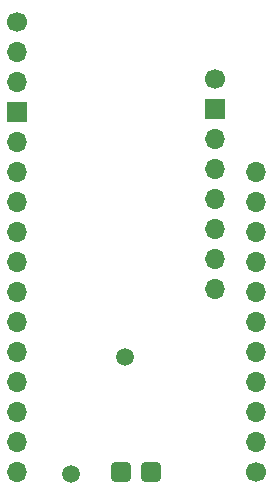
<source format=gbr>
%TF.GenerationSoftware,KiCad,Pcbnew,7.0.5-0*%
%TF.CreationDate,2023-07-31T21:18:35+02:00*%
%TF.ProjectId,wireless-wizard-wand,77697265-6c65-4737-932d-77697a617264,rev?*%
%TF.SameCoordinates,Original*%
%TF.FileFunction,Soldermask,Bot*%
%TF.FilePolarity,Negative*%
%FSLAX46Y46*%
G04 Gerber Fmt 4.6, Leading zero omitted, Abs format (unit mm)*
G04 Created by KiCad (PCBNEW 7.0.5-0) date 2023-07-31 21:18:35*
%MOMM*%
%LPD*%
G01*
G04 APERTURE LIST*
G04 Aperture macros list*
%AMFreePoly0*
4,1,25,-0.850000,0.425000,-0.829199,0.556332,-0.768832,0.674809,-0.674809,0.768832,-0.556332,0.829199,-0.425000,0.850000,0.425000,0.850000,0.556332,0.829199,0.674809,0.768832,0.768832,0.674809,0.829199,0.556332,0.850000,0.425000,0.850000,-0.425000,0.829199,-0.556332,0.768832,-0.674809,0.674809,-0.768832,0.556332,-0.829199,0.425000,-0.850000,-0.425000,-0.850000,-0.556332,-0.829199,
-0.674809,-0.768832,-0.768832,-0.674809,-0.829199,-0.556332,-0.850000,-0.425000,-0.850000,0.425000,-0.850000,0.425000,$1*%
G04 Aperture macros list end*
%ADD10C,1.500000*%
%ADD11C,1.700000*%
%ADD12O,1.700000X1.700000*%
%ADD13R,1.700000X1.700000*%
%ADD14FreePoly0,270.000000*%
G04 APERTURE END LIST*
D10*
%TO.C,TP2*%
X92600000Y-58700000D03*
%TD*%
%TO.C,TP1*%
X88000000Y-68600000D03*
%TD*%
D11*
%TO.C,J2*%
X103700000Y-68360000D03*
D12*
X103700000Y-65820000D03*
X103700000Y-63280000D03*
X103700000Y-60740000D03*
X103700000Y-58200000D03*
X103700000Y-55660000D03*
X103700000Y-53120000D03*
X103700000Y-50580000D03*
X103700000Y-48040000D03*
X103700000Y-45500000D03*
X103700000Y-42960000D03*
%TD*%
D11*
%TO.C,J4*%
X100200000Y-35100000D03*
D13*
X100200000Y-37640000D03*
D12*
X100200000Y-40180000D03*
X100200000Y-42720000D03*
X100200000Y-45260000D03*
X100200000Y-47800000D03*
X100200000Y-50340000D03*
X100200000Y-52880000D03*
%TD*%
D11*
%TO.C,J1*%
X83400000Y-30260000D03*
D12*
X83400000Y-32800000D03*
X83400000Y-35340000D03*
D13*
X83400000Y-37880000D03*
D12*
X83400000Y-40420000D03*
X83400000Y-42960000D03*
X83400000Y-45500000D03*
X83400000Y-48040000D03*
X83400000Y-50580000D03*
X83400000Y-53120000D03*
X83400000Y-55660000D03*
X83400000Y-58200000D03*
X83400000Y-60740000D03*
X83400000Y-63280000D03*
X83400000Y-65820000D03*
X83400000Y-68360000D03*
%TD*%
D14*
%TO.C,J3*%
X94800000Y-68385000D03*
X92260000Y-68385000D03*
%TD*%
M02*

</source>
